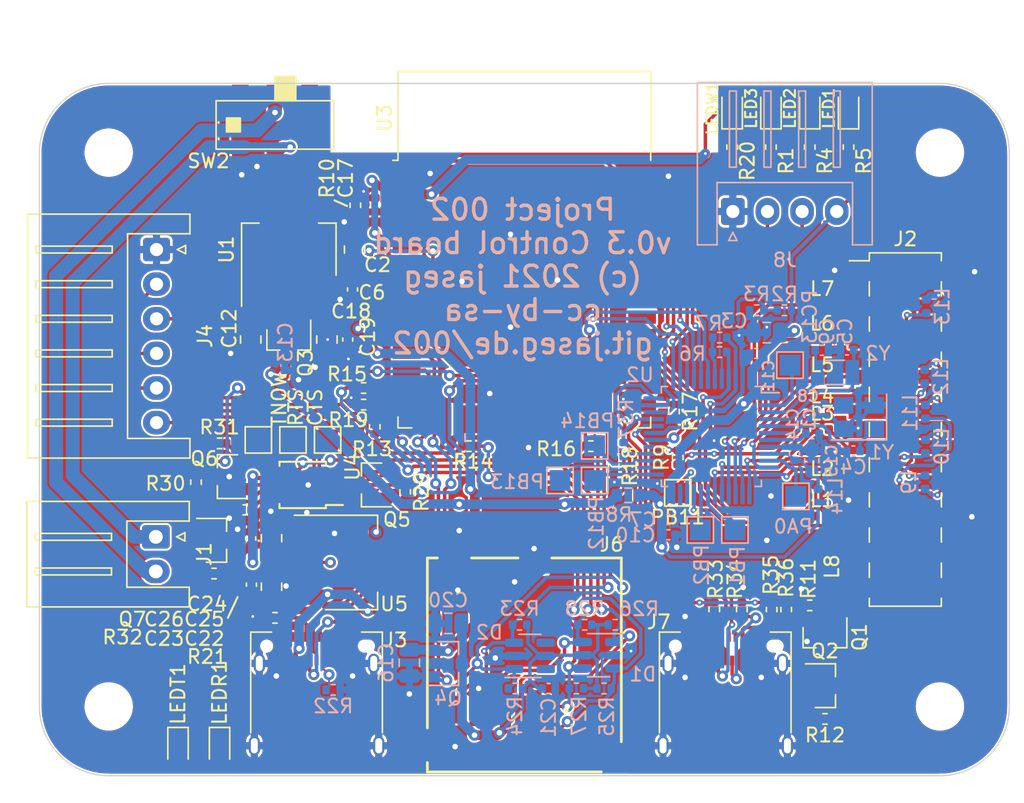
<source format=kicad_pcb>
(kicad_pcb (version 20210126) (generator pcbnew)

  (general
    (thickness 4.69)
  )

  (paper "A4")
  (layers
    (0 "F.Cu" signal)
    (1 "In1.Cu" power)
    (2 "In2.Cu" power)
    (31 "B.Cu" signal)
    (32 "B.Adhes" user "B.Adhesive")
    (33 "F.Adhes" user "F.Adhesive")
    (34 "B.Paste" user)
    (35 "F.Paste" user)
    (36 "B.SilkS" user "B.Silkscreen")
    (37 "F.SilkS" user "F.Silkscreen")
    (38 "B.Mask" user)
    (39 "F.Mask" user)
    (40 "Dwgs.User" user "User.Drawings")
    (41 "Cmts.User" user "User.Comments")
    (42 "Eco1.User" user "User.Eco1")
    (43 "Eco2.User" user "User.Eco2")
    (44 "Edge.Cuts" user)
    (45 "Margin" user)
    (46 "B.CrtYd" user "B.Courtyard")
    (47 "F.CrtYd" user "F.Courtyard")
    (48 "B.Fab" user)
    (49 "F.Fab" user)
    (50 "User.1" user)
    (51 "User.2" user)
    (52 "User.3" user)
    (53 "User.4" user)
    (54 "User.5" user)
    (55 "User.6" user)
    (56 "User.7" user)
    (57 "User.8" user)
    (58 "User.9" user)
  )

  (setup
    (stackup
      (layer "F.SilkS" (type "Top Silk Screen"))
      (layer "F.Paste" (type "Top Solder Paste"))
      (layer "F.Mask" (type "Top Solder Mask") (color "Green") (thickness 0.01))
      (layer "F.Cu" (type "copper") (thickness 0.035))
      (layer "dielectric 1" (type "core") (thickness 1.51) (material "FR4") (epsilon_r 4.5) (loss_tangent 0.02))
      (layer "In1.Cu" (type "copper") (thickness 0.035))
      (layer "dielectric 2" (type "prepreg") (thickness 1.51) (material "FR4") (epsilon_r 4.5) (loss_tangent 0.02))
      (layer "In2.Cu" (type "copper") (thickness 0.035))
      (layer "dielectric 3" (type "core") (thickness 1.51) (material "FR4") (epsilon_r 4.5) (loss_tangent 0.02))
      (layer "B.Cu" (type "copper") (thickness 0.035))
      (layer "B.Mask" (type "Bottom Solder Mask") (color "Green") (thickness 0.01))
      (layer "B.Paste" (type "Bottom Solder Paste"))
      (layer "B.SilkS" (type "Bottom Silk Screen"))
      (copper_finish "None")
      (dielectric_constraints no)
    )
    (pcbplotparams
      (layerselection 0x00010fc_ffffffff)
      (disableapertmacros false)
      (usegerberextensions false)
      (usegerberattributes true)
      (usegerberadvancedattributes true)
      (creategerberjobfile true)
      (svguseinch false)
      (svgprecision 6)
      (excludeedgelayer true)
      (plotframeref false)
      (viasonmask false)
      (mode 1)
      (useauxorigin true)
      (hpglpennumber 1)
      (hpglpenspeed 20)
      (hpglpendiameter 15.000000)
      (dxfpolygonmode true)
      (dxfimperialunits true)
      (dxfusepcbnewfont true)
      (psnegative false)
      (psa4output false)
      (plotreference true)
      (plotvalue true)
      (plotinvisibletext false)
      (sketchpadsonfab false)
      (subtractmaskfromsilk false)
      (outputformat 1)
      (mirror false)
      (drillshape 0)
      (scaleselection 1)
      (outputdirectory "gerber")
    )
  )


  (net 0 "")
  (net 1 "/~RST")
  (net 2 "GND")
  (net 3 "/3V3_STM")
  (net 4 "unconnected-(C12-Pad1)")
  (net 5 "/AVDD_STM")
  (net 6 "/XT_H2")
  (net 7 "/XT_L2")
  (net 8 "/XT_H1")
  (net 9 "/XT_L1")
  (net 10 "/ESP_EN_POST")
  (net 11 "+3V3")
  (net 12 "/VCC_ESP")
  (net 13 "/USB_PWR_IN")
  (net 14 "/GND_IN")
  (net 15 "/VCC_SD")
  (net 16 "/VBAT_IN")
  (net 17 "/CH_V3")
  (net 18 "/3V3_CH")
  (net 19 "/SD_DAT2")
  (net 20 "/SD_DAT3")
  (net 21 "/SD_CLK")
  (net 22 "/SD_CMD")
  (net 23 "unconnected-(D2-Pad6)")
  (net 24 "unconnected-(D2-Pad4)")
  (net 25 "/SD_DAT1")
  (net 26 "unconnected-(U3-Pad31)")
  (net 27 "VCC")
  (net 28 "/CH_DM")
  (net 29 "Net-(J3-PadB5)")
  (net 30 "unconnected-(J3-PadB8)")
  (net 31 "/CH_DP")
  (net 32 "unconnected-(J3-PadA8)")
  (net 33 "Net-(J3-PadA5)")
  (net 34 "/ESP_TDI")
  (net 35 "/ESP_TCK")
  (net 36 "/ESP_TMS")
  (net 37 "/ESP_TDO")
  (net 38 "/ESP_TX0")
  (net 39 "/ESP_RX0")
  (net 40 "/SD_DET")
  (net 41 "/SD_DAT0")
  (net 42 "Net-(LED1-Pad1)")
  (net 43 "Net-(LED2-Pad1)")
  (net 44 "Net-(LED3-Pad1)")
  (net 45 "Net-(LEDR1-Pad1)")
  (net 46 "Net-(LEDT1-Pad1)")
  (net 47 "unconnected-(U3-Pad30)")
  (net 48 "Net-(LEDW1-Pad1)")
  (net 49 "Net-(Q1-Pad3)")
  (net 50 "/ADS_PWR")
  (net 51 "Net-(L8-Pad1)")
  (net 52 "+BATT")
  (net 53 "/~ESP_PWR")
  (net 54 "/~SD_EN")
  (net 55 "Net-(Q5-Pad3)")
  (net 56 "/CH_TX")
  (net 57 "Net-(Q6-Pad2)")
  (net 58 "Net-(Q7-Pad2)")
  (net 59 "/CH_RX")
  (net 60 "/LED3")
  (net 61 "/BOOT0")
  (net 62 "/LED2")
  (net 63 "/LED1")
  (net 64 "/SCL_PT")
  (net 65 "Net-(R6-Pad1)")
  (net 66 "/SDA_PT")
  (net 67 "Net-(R9-Pad2)")
  (net 68 "/ADS_CLK")
  (net 69 "/ESP_EN")
  (net 70 "/ESP_BOOT")
  (net 71 "/LEDW")
  (net 72 "unconnected-(SW2-Pad4)")
  (net 73 "unconnected-(SW2-Pad1)")
  (net 74 "Net-(TP1-Pad1)")
  (net 75 "Net-(TP2-Pad1)")
  (net 76 "Net-(TP3-Pad1)")
  (net 77 "Net-(U2-Pad10)")
  (net 78 "/STM_USB_PULLUP")
  (net 79 "Net-(TP6-Pad1)")
  (net 80 "Net-(TP7-Pad1)")
  (net 81 "Net-(U2-Pad26)")
  (net 82 "Net-(U2-Pad27)")
  (net 83 "Net-(TP22-Pad1)")
  (net 84 "Net-(TP23-Pad1)")
  (net 85 "Net-(TP24-Pad1)")
  (net 86 "/SWCLK")
  (net 87 "/STM_DP")
  (net 88 "/SWDIO")
  (net 89 "/ADS_NRST")
  (net 90 "/ESP_TX2")
  (net 91 "/ESP_RX2")
  (net 92 "/ADS_START")
  (net 93 "/ADS_MOSI")
  (net 94 "/ADS_MISO")
  (net 95 "/ADS_SCK")
  (net 96 "/ADS_NCS")
  (net 97 "/ADS_NPWDN")
  (net 98 "/ADS_CLKSEL")
  (net 99 "/ADS_NDRDY")
  (net 100 "unconnected-(U3-Pad32)")
  (net 101 "unconnected-(U3-Pad22)")
  (net 102 "unconnected-(U3-Pad21)")
  (net 103 "unconnected-(U3-Pad20)")
  (net 104 "unconnected-(U3-Pad19)")
  (net 105 "unconnected-(U3-Pad18)")
  (net 106 "unconnected-(U3-Pad17)")
  (net 107 "unconnected-(J2-Pad20)")
  (net 108 "Net-(J2-Pad17)")
  (net 109 "unconnected-(J2-Pad18)")
  (net 110 "Net-(J2-Pad15)")
  (net 111 "Net-(J2-Pad14)")
  (net 112 "Net-(J2-Pad13)")
  (net 113 "Net-(J2-Pad12)")
  (net 114 "Net-(J2-Pad11)")
  (net 115 "Net-(J2-Pad10)")
  (net 116 "Net-(J2-Pad9)")
  (net 117 "Net-(J2-Pad8)")
  (net 118 "Net-(J2-Pad7)")
  (net 119 "unconnected-(J2-Pad6)")
  (net 120 "Net-(J2-Pad5)")
  (net 121 "Net-(J2-Pad4)")
  (net 122 "Net-(J2-Pad3)")
  (net 123 "unconnected-(U3-Pad4)")
  (net 124 "unconnected-(U3-Pad5)")
  (net 125 "unconnected-(U3-Pad6)")
  (net 126 "unconnected-(U3-Pad7)")
  (net 127 "unconnected-(U3-Pad8)")
  (net 128 "unconnected-(U3-Pad9)")
  (net 129 "unconnected-(U3-Pad10)")
  (net 130 "Net-(J7-PadA4)")
  (net 131 "unconnected-(U3-Pad29)")
  (net 132 "unconnected-(U3-Pad36)")
  (net 133 "unconnected-(U3-Pad33)")
  (net 134 "unconnected-(J7-PadB8)")
  (net 135 "/STM_DM")
  (net 136 "/STM_VUSB")
  (net 137 "Net-(J7-PadB5)")
  (net 138 "unconnected-(J7-PadA8)")
  (net 139 "Net-(J7-PadA5)")

  (footprint "Inductor_SMD:L_0402_1005Metric" (layer "F.Cu") (at 156.5 116))

  (footprint "Inductor_SMD:L_0402_1005Metric" (layer "F.Cu") (at 156.5 125))

  (footprint "Connector_JST:JST_XH_S2B-XH-A_1x02_P2.50mm_Horizontal" (layer "F.Cu") (at 108.4 132.75 -90))

  (footprint "footprints:GCT_MEM2061-01-188-00-A_REVA" (layer "F.Cu") (at 135 142))

  (footprint "Resistor_SMD:R_0402_1005Metric" (layer "F.Cu") (at 123.4 122 180))

  (footprint "Resistor_SMD:R_0402_1005Metric" (layer "F.Cu") (at 153.9 138 -90))

  (footprint "LED_SMD:LED_0603_1608Metric" (layer "F.Cu") (at 158.4 101.8 90))

  (footprint "Package_TO_SOT_SMD:SOT-23" (layer "F.Cu") (at 113.6 128.4 180))

  (footprint "footprints:Copal_CL-SB-22B-11T" (layer "F.Cu") (at 117 103 180))

  (footprint "Capacitor_SMD:C_0402_1005Metric" (layer "F.Cu") (at 115.25 132.87 90))

  (footprint "Resistor_SMD:R_0402_1005Metric" (layer "F.Cu") (at 155.6 104.6 -90))

  (footprint "Capacitor_SMD:C_0805_2012Metric" (layer "F.Cu") (at 115.25 118.5 -90))

  (footprint "LED_SMD:LED_0603_1608Metric" (layer "F.Cu") (at 110 148 -90))

  (footprint "Package_TO_SOT_SMD:SOT-23" (layer "F.Cu") (at 124 129 180))

  (footprint "Inductor_SMD:L_0402_1005Metric" (layer "F.Cu") (at 156.5 129))

  (footprint "Resistor_SMD:R_0402_1005Metric" (layer "F.Cu") (at 155.6 137.7))

  (footprint "Package_TO_SOT_SMD:SOT-223-3_TabPin2" (layer "F.Cu") (at 118 112 90))

  (footprint "Resistor_SMD:R_0402_1005Metric" (layer "F.Cu") (at 158.4 104.6 -90))

  (footprint "Resistor_SMD:R_0402_1005Metric" (layer "F.Cu") (at 152.8 104.6 -90))

  (footprint "Resistor_SMD:R_0402_1005Metric" (layer "F.Cu") (at 122.8 108.8 -90))

  (footprint "MountingHole:MountingHole_3.2mm_M3_DIN965" (layer "F.Cu") (at 165 105))

  (footprint "LED_SMD:LED_0603_1608Metric" (layer "F.Cu") (at 150 101.8 90))

  (footprint "Resistor_SMD:R_0402_1005Metric" (layer "F.Cu") (at 117 138.6 180))

  (footprint "Inductor_SMD:L_0402_1005Metric" (layer "F.Cu") (at 157.1 136.9 90))

  (footprint "Package_TO_SOT_SMD:SOT-23" (layer "F.Cu") (at 118 118.5 -90))

  (footprint "TestPoint:TestPoint_Pad_1.5x1.5mm" (layer "F.Cu") (at 120.8 125.75))

  (footprint "Resistor_SMD:R_0402_1005Metric" (layer "F.Cu") (at 152.85 138 90))

  (footprint "Package_TO_SOT_SMD:SOT-23" (layer "F.Cu") (at 156.7 143.5))

  (footprint "Capacitor_SMD:C_0402_1005Metric" (layer "F.Cu") (at 122.6 114.88 -90))

  (footprint "Resistor_SMD:R_0402_1005Metric" (layer "F.Cu") (at 126.4 129.5 -90))

  (footprint "Capacitor_SMD:C_0805_2012Metric" (layer "F.Cu") (at 116.75 132.85 90))

  (footprint "Resistor_SMD:R_0402_1005Metric" (layer "F.Cu") (at 156.7 145.9 180))

  (footprint "Package_SO:MSOP-10_3x3mm_P0.5mm" (layer "F.Cu") (at 119 129 180))

  (footprint "Resistor_SMD:R_0402_1005Metric" (layer "F.Cu") (at 124.2 124.8 -90))

  (footprint "Capacitor_SMD:C_0805_2012Metric" (layer "F.Cu") (at 122.75 112 90))

  (footprint "Resistor_SMD:R_0402_1005Metric" (layer "F.Cu") (at 148.71 138 90))

  (footprint "LED_SMD:LED_0603_1608Metric" (layer "F.Cu") (at 155.6 101.8 90))

  (footprint "TestPoint:TestPoint_Pad_1.5x1.5mm" (layer "F.Cu") (at 146.075 129.575))

  (footprint "Capacitor_SMD:C_0402_1005Metric" (layer "F.Cu") (at 114.8 130.8 180))

  (footprint "Resistor_SMD:R_0402_1005Metric" (layer "F.Cu") (at 139.8 126.2))

  (footprint "Connector_USB:USB_C_Receptacle_Amphenol_12401610E4-2A" (layer "F.Cu") (at 120 145))

  (footprint "Connector_USB:USB_C_Receptacle_Amphenol_12401610E4-2A" (layer "F.Cu") (at 149.5 145))

  (footprint "Capacitor_SMD:C_0402_1005Metric" (layer "F.Cu") (at 122.25 118.5 -90))

  (footprint "Capacitor_SMD:C_0805_2012Metric" (layer "F.Cu") (at 120.75 118.5 -90))

  (footprint "Resistor_SMD:R_0402_1005Metric" (layer "F.Cu") (at 111.3 128.8 90))

  (footprint "TestPoint:TestPoint_Pad_1.5x1.5mm" (layer "F.Cu") (at 118.3 125.75))

  (footprint "Capacitor_SMD:C_0402_1005Metric" (layer "F.Cu") (at 115.3 136.2 90))

  (footprint "Inductor_SMD:L_0402_1005Metric" (layer "F.Cu") (at 156.485 118.5))

  (footprint "RF_Module:ESP32-WROOM-32" (layer "F.Cu") (at 135 115))

  (footprint "Resistor_SMD:R_0402_1005Metric" (layer "F.Cu") (at 150 104.6 -90))

  (footprint "Inductor_SMD:L_0402_1005Metric" (layer "F.Cu") (at 156.5 121.5))

  (footprint "Resistor_SMD:R_0402_1005Metric" (layer "F.Cu") (at 141.45 127.65 -90))

  (footprint "MountingHole:MountingHole_3.2mm_M3_DIN965" (layer "F.Cu") (at 105 145))

  (footprint "LED_SMD:LED_0603_1608Metric" (layer "F.Cu")
    (tedit 5F68FEF1) (tstamp afe72d88-8606-476a-b376-397eb5f02bfc)
    (at 152.8 101.8 90)
    (descr "LED SMD 0603 (1608 Metric), square (rectangular) end terminal, IPC_7351 nominal, (Body size source: http://www.tortai-tech.com/upload/download/2011102023233369053.pdf), generated with kicad-footprint-generator")
    (tags "LED")
    (property "Sheetfile" "control_board.kicad_sch")
    (property "Sheetname" "")
    (path "/8febccb6-3f23-4e29-ac4e-7d7bef798d9b")
    (attr smd)
    (fp_text reference "LED3" (at 0 -1.43 90) (layer "F.SilkS")
      (effects (font (size 0.8 0.8) (thickness 0.15)))
      (tstamp 5e14bddc-f59f-4b1c-ab6e-72c8adde0cf3)
    )
    (fp_text value "red" (at 0 1.43 90) (layer "F.Fab")
      (effects (font (size 1 1) (thickness 0.15)))
      (tstamp 01dc8591-32bf-4649-a6ee-2a9788546fcb)
    )
    (fp_text user "${REFERENCE}" (at 0 0 90) (layer "F.Fab")
      (effects (font (size 0.4 0.4) (thickness 0.06)))
      (tstamp 65068574-5671-4d2f-b750-da5dcaf619d9)
    )
    (fp_line (start 0.8 -0.735) (end -1.485 -0.735) (layer "F.SilkS") (width 0.12) (tstamp 01e0fe2a-b1e5-4341-868f-b525b342149a))
    (fp_line (start -1.485 0.735) (end 0.8 0.735) (layer "F.SilkS") (width 0.12) (tstamp 1bd6872c-c89b-4ef2-bf5e-397016bcc034))
    (fp_line (start -1.485 -0.735) (end -1.485 0.735) (layer "F.SilkS") (width 0.12) (tstamp c0191d54-6e98-4470-bd0f-078602a11baf))
    (fp_line (start -1.48 0.73) (end -1.48 -0.73) (layer "F.CrtYd") (width 0.05) (tstamp 07ce35ba-0961-4665-89ab-7e34f3964670))
    (fp_line (start -1.48 -0.73) (end 1.48 -0.73) (layer "F.CrtYd") (width 0.05) (tstamp 6ffb7988-724a-4896-a431-6b8aeb5c3c26))
    (fp_line (start 1.48 0.73) (end -1.48 0.73) (layer "F.CrtYd") (width 0.05) (tstamp ea4ba81f-8903-4e57-940f-75dd19b29911))
    (fp_line (start 1.48 -0.73) (end 1.48 0.73) (layer "F.CrtYd") (width 0.05) (tstamp fff09830-a60c-4e35-becc-d35297de3295))
    (fp_line (start -0.8 0.4) (end 0.8 0.4) (layer "F.Fab") (width 0.1) (tstamp 00fc17e8-6aa8-478e-8dd1-6e3bdb98c829))
    (fp_line (start -0.5 -0.4) (end -0.8 -0.1) (layer "F.Fab") (width 0.1) (tstamp 0eb0bc14-f9b1-446f-99f4-cf803006bfab))
    (fp_line (start 0.8 -0.4) (end -0.5 -0.4) (layer "F.Fab") (width 0.1) (tstamp 85e91d72-b65f-4691-aa9c-5152c663557f))
    (fp_line (start 0.8 0.4) (end 0.8 -0.4) (layer "F.Fab") (width 0.1) (tstamp 9a5b1de0-31ab-4b14-815a-1ee40b71c039))
    (fp_line (start -0.8 -0.1) (end -0.8 0.4) (layer "F.Fab") (width 0.1) (tstamp edc2947c-dac1-4a0d-ad33-a588e81ce80c))
    (pad "1" smd roundrect (at -0.7875 0 90) (locked) (size 0.875
... [2364079 chars truncated]
</source>
